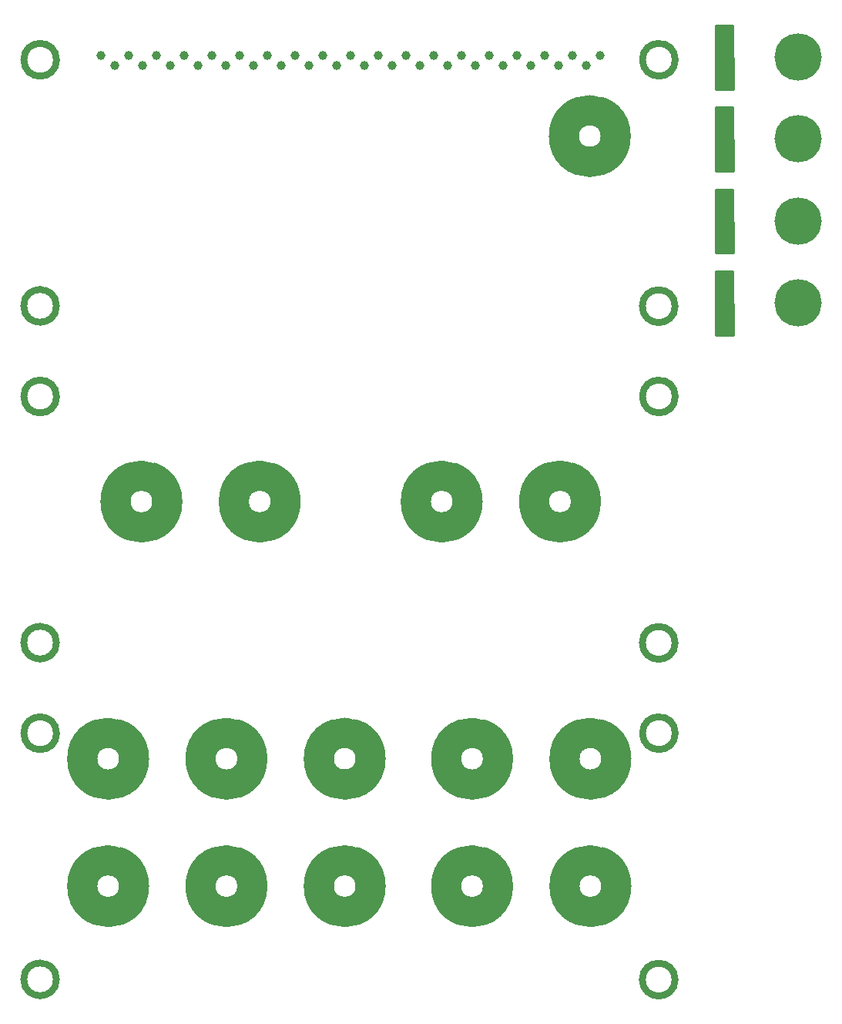
<source format=gbs>
%MOIN*%
%OFA0B0*%
%FSLAX46Y46*%
%IPPOS*%
%LPD*%
%ADD10C,0.005905511811023622*%
%ADD11C,0.031496062992125991*%
%ADD12C,0.11811023622047245*%
%ADD13C,0.027559055118110236*%
%ADD14C,0.053149606299212608*%
%ADD15C,0.03937007874015748*%
%ADD26C,0.005905511811023622*%
%ADD27C,0.20472440944881892*%
%ADD28C,0.01*%
%ADD39C,0.005905511811023622*%
%ADD40C,0.20472440944881892*%
%ADD41C,0.01*%
%ADD52C,0.005905511811023622*%
%ADD53C,0.20472440944881892*%
%ADD54C,0.01*%
%ADD65C,0.005905511811023622*%
%ADD66C,0.20472440944881892*%
%ADD67C,0.01*%
%ADD78C,0.005905511811023622*%
%ADD89C,0.005905511811023622*%
%ADD100C,0.005905511811023622*%
%ADD101C,0.031496062992125991*%
%ADD102C,0.11811023622047245*%
%ADD103C,0.027559055118110236*%
%ADD104C,0.053149606299212608*%
%ADD115C,0.005905511811023622*%
%ADD116C,0.031496062992125991*%
%ADD117C,0.11811023622047245*%
%ADD118C,0.027559055118110236*%
%ADD119C,0.053149606299212608*%
%LPD*%
G01G01G01G01G01G01G01G01*
D10*
D11*
X0002903543Y0004134645D02*
G75*
G03G03G03G03X0002903543Y0004134645I-0000070866D01X0002903543Y0004134645I-0000070866D01X0002903543Y0004134645I-0000070866D01G03G03X0002903543Y0004134645I-0000070866D01G03G03X0002903543Y0004134645I-0000070866D01X0002903543Y0004134645I-0000070866D01X0002903543Y0004134645I-0000070866D01X0002903543Y0004134645I-0000070866D01*
G01G01G01G01G01G01G01G01*
X0002902755Y0003068503D02*
G75*
G03G03G03G03X0002902755Y0003068503I-0000070866D01X0002902755Y0003068503I-0000070866D01X0002902755Y0003068503I-0000070866D01G03G03X0002902755Y0003068503I-0000070866D01G03G03X0002902755Y0003068503I-0000070866D01X0002902755Y0003068503I-0000070866D01X0002902755Y0003068503I-0000070866D01X0002902755Y0003068503I-0000070866D01*
G01G01G01G01G01G01G01G01*
X0000225984Y0003069685D02*
G75*
G03G03G03G03X0000225984Y0003069685I-0000070866D01X0000225984Y0003069685I-0000070866D01X0000225984Y0003069685I-0000070866D01G03G03X0000225984Y0003069685I-0000070866D01G03G03X0000225984Y0003069685I-0000070866D01X0000225984Y0003069685I-0000070866D01X0000225984Y0003069685I-0000070866D01X0000225984Y0003069685I-0000070866D01*
G01G01G01G01G01G01G01G01*
X0000226377Y0004134251D02*
G75*
G03G03G03G03X0000226377Y0004134251I-0000070866D01X0000226377Y0004134251I-0000070866D01X0000226377Y0004134251I-0000070866D01G03G03X0000226377Y0004134251I-0000070866D01G03G03X0000226377Y0004134251I-0000070866D01X0000226377Y0004134251I-0000070866D01X0000226377Y0004134251I-0000070866D01X0000226377Y0004134251I-0000070866D01*
G01G01G01G01G01G01G01G01*
D12*
X0002638591Y0003804184D02*
G75*
G03G03G03G03X0002638591Y0003804184I-0000104724D01X0002638591Y0003804184I-0000104724D01X0002638591Y0003804184I-0000104724D01G03G03X0002638591Y0003804184I-0000104724D01G03G03X0002638591Y0003804184I-0000104724D01X0002638591Y0003804184I-0000104724D01X0002638591Y0003804184I-0000104724D01X0002638591Y0003804184I-0000104724D01*
G01G01G01G01G01G01G01G01*
D13*
X0002649220Y0003876625D02*
X0002649220Y0003731349D01*
D14*
X0002684654Y0003804184D02*
G75*
G03G03G03G03X0002684654Y0003804184I-0000150787D01X0002684654Y0003804184I-0000150787D01X0002684654Y0003804184I-0000150787D01G03G03X0002684654Y0003804184I-0000150787D01G03G03X0002684654Y0003804184I-0000150787D01X0002684654Y0003804184I-0000150787D01X0002684654Y0003804184I-0000150787D01X0002684654Y0003804184I-0000150787D01*
G01G01G01G01G01G01G01G01*
D15*
X0000718366Y0004110235D03*
X0000838267Y0004110235D03*
X0000478562Y0004110235D03*
X0001078070Y0004110235D03*
X0000598464Y0004110235D03*
X0000958169Y0004110235D03*
X0001917381Y0004110235D03*
X0001317873Y0004110235D03*
X0001437775Y0004110235D03*
X0001677578Y0004110235D03*
X0001797480Y0004110235D03*
X0001557677Y0004110235D03*
X0001197972Y0004110235D03*
X0002516889Y0004110235D03*
X0002157185Y0004110235D03*
X0002277086Y0004110235D03*
X0002396988Y0004110235D03*
X0002037283Y0004110235D03*
X0002576948Y0004151968D03*
X0002457047Y0004151968D03*
X0002337145Y0004151968D03*
X0002217244Y0004151968D03*
X0002097342Y0004151968D03*
X0001977440Y0004151968D03*
X0001857539Y0004151968D03*
X0001737637Y0004151968D03*
X0001617736Y0004151968D03*
X0001497834Y0004151968D03*
X0001377933Y0004151968D03*
X0001258031Y0004151968D03*
X0001138129Y0004151968D03*
X0001018227Y0004151968D03*
X0000898326Y0004151968D03*
X0000778425Y0004151968D03*
X0000658523Y0004151968D03*
X0000538622Y0004151968D03*
X0000418720Y0004151968D03*
G01G01G01G01G01G01G01G01*
D26*
D27*
X0003070866Y0004291338D02*
X0003435433Y0004146454D03*
D28*
G36*
X0003153921Y0004006967D02*
X0003078883Y0004006967D01*
X0003078123Y0004282795D01*
X0003153163Y0004282795D01*
X0003153921Y0004006967D01*
X0003153921Y0004006967D01*
G37*
X0003153921Y0004006967D02*
X0003078883Y0004006967D01*
X0003078123Y0004282795D01*
X0003153163Y0004282795D01*
X0003153921Y0004006967D01*
G01G01G01G01G01G01G01G01*
D39*
D40*
X0003070866Y0003937007D02*
X0003435433Y0003792125D03*
D41*
G36*
X0003153921Y0003652637D02*
X0003078883Y0003652637D01*
X0003078123Y0003928464D01*
X0003153163Y0003928464D01*
X0003153921Y0003652637D01*
X0003153921Y0003652637D01*
G37*
X0003153921Y0003652637D02*
X0003078883Y0003652637D01*
X0003078123Y0003928464D01*
X0003153163Y0003928464D01*
X0003153921Y0003652637D01*
G01G01G01G01G01G01G01G01*
D52*
D53*
X0003070866Y0003582677D02*
X0003435433Y0003437795D03*
D54*
G36*
X0003153921Y0003298307D02*
X0003078883Y0003298307D01*
X0003078123Y0003574133D01*
X0003153163Y0003574133D01*
X0003153921Y0003298307D01*
X0003153921Y0003298307D01*
G37*
X0003153921Y0003298307D02*
X0003078883Y0003298307D01*
X0003078123Y0003574133D01*
X0003153163Y0003574133D01*
X0003153921Y0003298307D01*
G04 next file*
G01G01G01G01G01G01G01G01*
D65*
D66*
X0003070866Y0003228346D02*
X0003435433Y0003083464D03*
D67*
G36*
X0003153921Y0002943976D02*
X0003078883Y0002943976D01*
X0003078123Y0003219803D01*
X0003153163Y0003219803D01*
X0003153921Y0002943976D01*
X0003153921Y0002943976D01*
G37*
X0003153921Y0002943976D02*
X0003078883Y0002943976D01*
X0003078123Y0003219803D01*
X0003153163Y0003219803D01*
X0003153921Y0002943976D01*
G01G01G01G01G01G01G01G01*
D78*
G04 next file*
G01G01G01G01G01G01G01G01*
D89*
G04 next file*
G01G01G01G01G01G01G01G01G01G01G01G01G01G01G01G01*
D100*
D101*
X0002903543Y0001221259D02*
G75*
G03G03G03G03X0002903543Y0001221259I-0000070866D01X0002903543Y0001221259I-0000070866D01G03G03X0002903543Y0001221259I-0000070866D01G03G03X0002903543Y0001221259I-0000070866D01X0002903543Y0001221259I-0000070866D01X0002903543Y0001221259I-0000070866D01X0002903543Y0001221259I-0000070866D01G03G03G03G03X0002903543Y0001221259I-0000070866D01X0002903543Y0001221259I-0000070866D01X0002903543Y0001221259I-0000070866D01G03G03X0002903543Y0001221259I-0000070866D01G03G03X0002903543Y0001221259I-0000070866D01X0002903543Y0001221259I-0000070866D01X0002903543Y0001221259I-0000070866D01X0002903543Y0001221259I-0000070866D01X0002903543Y0001221259I-0000070866D01*
G01G01G01G01G01G01G01G01G01G01G01G01G01G01G01G01*
X0002902755Y0000155118D02*
G75*
G03G03G03G03X0002902755Y0000155118I-0000070866D01X0002902755Y0000155118I-0000070866D01G03G03X0002902755Y0000155118I-0000070866D01G03G03X0002902755Y0000155118I-0000070866D01X0002902755Y0000155118I-0000070866D01X0002902755Y0000155118I-0000070866D01X0002902755Y0000155118I-0000070866D01G03G03G03G03X0002902755Y0000155118I-0000070866D01X0002902755Y0000155118I-0000070866D01X0002902755Y0000155118I-0000070866D01G03G03X0002902755Y0000155118I-0000070866D01G03G03X0002902755Y0000155118I-0000070866D01X0002902755Y0000155118I-0000070866D01X0002902755Y0000155118I-0000070866D01X0002902755Y0000155118I-0000070866D01X0002902755Y0000155118I-0000070866D01*
G01G01G01G01G01G01G01G01G01G01G01G01G01G01G01G01*
X0000225984Y0000156299D02*
G75*
G03G03G03G03X0000225984Y0000156299I-0000070866D01X0000225984Y0000156299I-0000070866D01G03G03X0000225984Y0000156299I-0000070866D01G03G03X0000225984Y0000156299I-0000070866D01X0000225984Y0000156299I-0000070866D01X0000225984Y0000156299I-0000070866D01X0000225984Y0000156299I-0000070866D01G03G03G03G03X0000225984Y0000156299I-0000070866D01X0000225984Y0000156299I-0000070866D01X0000225984Y0000156299I-0000070866D01G03G03X0000225984Y0000156299I-0000070866D01G03G03X0000225984Y0000156299I-0000070866D01X0000225984Y0000156299I-0000070866D01X0000225984Y0000156299I-0000070866D01X0000225984Y0000156299I-0000070866D01X0000225984Y0000156299I-0000070866D01*
G01G01G01G01G01G01G01G01G01G01G01G01G01G01G01G01*
X0000226377Y0001220866D02*
G75*
G03G03G03G03X0000226377Y0001220866I-0000070866D01X0000226377Y0001220866I-0000070866D01G03G03X0000226377Y0001220866I-0000070866D01G03G03X0000226377Y0001220866I-0000070866D01X0000226377Y0001220866I-0000070866D01X0000226377Y0001220866I-0000070866D01X0000226377Y0001220866I-0000070866D01G03G03G03G03X0000226377Y0001220866I-0000070866D01X0000226377Y0001220866I-0000070866D01X0000226377Y0001220866I-0000070866D01G03G03X0000226377Y0001220866I-0000070866D01G03G03X0000226377Y0001220866I-0000070866D01X0000226377Y0001220866I-0000070866D01X0000226377Y0001220866I-0000070866D01X0000226377Y0001220866I-0000070866D01X0000226377Y0001220866I-0000070866D01*
G01G01G01G01G01G01G01G01G01G01G01G01G01G01G01G01*
D102*
X0002640944Y0000559448D02*
G75*
G03G03G03G03X0002640944Y0000559448I-0000104724D01X0002640944Y0000559448I-0000104724D01G03G03X0002640944Y0000559448I-0000104724D01G03G03X0002640944Y0000559448I-0000104724D01X0002640944Y0000559448I-0000104724D01X0002640944Y0000559448I-0000104724D01X0002640944Y0000559448I-0000104724D01G03G03G03G03X0002640944Y0000559448I-0000104724D01X0002640944Y0000559448I-0000104724D01X0002640944Y0000559448I-0000104724D01G03G03X0002640944Y0000559448I-0000104724D01G03G03X0002640944Y0000559448I-0000104724D01X0002640944Y0000559448I-0000104724D01X0002640944Y0000559448I-0000104724D01X0002640944Y0000559448I-0000104724D01X0002640944Y0000559448I-0000104724D01*
G01G01G01G01G01G01G01G01G01G01G01G01G01G01G01G01*
D103*
X0002651574Y0000631889D02*
X0002651574Y0000486614D01*
D104*
X0002687007Y0000559448D02*
G75*
G03G03G03G03X0002687007Y0000559448I-0000150787D01X0002687007Y0000559448I-0000150787D01G03G03X0002687007Y0000559448I-0000150787D01G03G03X0002687007Y0000559448I-0000150787D01X0002687007Y0000559448I-0000150787D01X0002687007Y0000559448I-0000150787D01X0002687007Y0000559448I-0000150787D01G03G03G03G03X0002687007Y0000559448I-0000150787D01X0002687007Y0000559448I-0000150787D01X0002687007Y0000559448I-0000150787D01G03G03X0002687007Y0000559448I-0000150787D01G03G03X0002687007Y0000559448I-0000150787D01X0002687007Y0000559448I-0000150787D01X0002687007Y0000559448I-0000150787D01X0002687007Y0000559448I-0000150787D01X0002687007Y0000559448I-0000150787D01*
G01G01G01G01G01G01G01G01G01G01G01G01G01G01G01G01*
D102*
X0002129133Y0000559448D02*
G75*
G03G03G03G03X0002129133Y0000559448I-0000104724D01X0002129133Y0000559448I-0000104724D01G03G03X0002129133Y0000559448I-0000104724D01G03G03X0002129133Y0000559448I-0000104724D01X0002129133Y0000559448I-0000104724D01X0002129133Y0000559448I-0000104724D01X0002129133Y0000559448I-0000104724D01G03G03G03G03X0002129133Y0000559448I-0000104724D01X0002129133Y0000559448I-0000104724D01X0002129133Y0000559448I-0000104724D01G03G03X0002129133Y0000559448I-0000104724D01G03G03X0002129133Y0000559448I-0000104724D01X0002129133Y0000559448I-0000104724D01X0002129133Y0000559448I-0000104724D01X0002129133Y0000559448I-0000104724D01X0002129133Y0000559448I-0000104724D01*
G01G01G01G01G01G01G01G01G01G01G01G01G01G01G01G01*
D103*
X0002139763Y0000631889D02*
X0002139763Y0000486614D01*
D104*
X0002175196Y0000559448D02*
G75*
G03G03G03G03X0002175196Y0000559448I-0000150787D01X0002175196Y0000559448I-0000150787D01G03G03X0002175196Y0000559448I-0000150787D01G03G03X0002175196Y0000559448I-0000150787D01X0002175196Y0000559448I-0000150787D01X0002175196Y0000559448I-0000150787D01X0002175196Y0000559448I-0000150787D01G03G03G03G03X0002175196Y0000559448I-0000150787D01X0002175196Y0000559448I-0000150787D01X0002175196Y0000559448I-0000150787D01G03G03X0002175196Y0000559448I-0000150787D01G03G03X0002175196Y0000559448I-0000150787D01X0002175196Y0000559448I-0000150787D01X0002175196Y0000559448I-0000150787D01X0002175196Y0000559448I-0000150787D01X0002175196Y0000559448I-0000150787D01*
G01G01G01G01G01G01G01G01G01G01G01G01G01G01G01G01*
D102*
X0002640944Y0001110629D02*
G75*
G03G03G03G03X0002640944Y0001110629I-0000104724D01X0002640944Y0001110629I-0000104724D01G03G03X0002640944Y0001110629I-0000104724D01G03G03X0002640944Y0001110629I-0000104724D01X0002640944Y0001110629I-0000104724D01X0002640944Y0001110629I-0000104724D01X0002640944Y0001110629I-0000104724D01G03G03G03G03X0002640944Y0001110629I-0000104724D01X0002640944Y0001110629I-0000104724D01X0002640944Y0001110629I-0000104724D01G03G03X0002640944Y0001110629I-0000104724D01G03G03X0002640944Y0001110629I-0000104724D01X0002640944Y0001110629I-0000104724D01X0002640944Y0001110629I-0000104724D01X0002640944Y0001110629I-0000104724D01X0002640944Y0001110629I-0000104724D01*
G01G01G01G01G01G01G01G01G01G01G01G01G01G01G01G01*
D103*
X0002651574Y0001183070D02*
X0002651574Y0001037795D01*
D104*
X0002687007Y0001110629D02*
G75*
G03G03G03G03X0002687007Y0001110629I-0000150787D01X0002687007Y0001110629I-0000150787D01G03G03X0002687007Y0001110629I-0000150787D01G03G03X0002687007Y0001110629I-0000150787D01X0002687007Y0001110629I-0000150787D01X0002687007Y0001110629I-0000150787D01X0002687007Y0001110629I-0000150787D01G03G03G03G03X0002687007Y0001110629I-0000150787D01X0002687007Y0001110629I-0000150787D01X0002687007Y0001110629I-0000150787D01G03G03X0002687007Y0001110629I-0000150787D01G03G03X0002687007Y0001110629I-0000150787D01X0002687007Y0001110629I-0000150787D01X0002687007Y0001110629I-0000150787D01X0002687007Y0001110629I-0000150787D01X0002687007Y0001110629I-0000150787D01*
G01G01G01G01G01G01G01G01G01G01G01G01G01G01G01G01*
D102*
X0002129133Y0001110629D02*
G75*
G03G03G03G03X0002129133Y0001110629I-0000104724D01X0002129133Y0001110629I-0000104724D01G03G03X0002129133Y0001110629I-0000104724D01G03G03X0002129133Y0001110629I-0000104724D01X0002129133Y0001110629I-0000104724D01X0002129133Y0001110629I-0000104724D01X0002129133Y0001110629I-0000104724D01G03G03G03G03X0002129133Y0001110629I-0000104724D01X0002129133Y0001110629I-0000104724D01X0002129133Y0001110629I-0000104724D01G03G03X0002129133Y0001110629I-0000104724D01G03G03X0002129133Y0001110629I-0000104724D01X0002129133Y0001110629I-0000104724D01X0002129133Y0001110629I-0000104724D01X0002129133Y0001110629I-0000104724D01X0002129133Y0001110629I-0000104724D01*
G01G01G01G01G01G01G01G01G01G01G01G01G01G01G01G01*
D103*
X0002139763Y0001183070D02*
X0002139763Y0001037795D01*
D104*
X0002175196Y0001110629D02*
G75*
G03G03G03G03X0002175196Y0001110629I-0000150787D01X0002175196Y0001110629I-0000150787D01G03G03X0002175196Y0001110629I-0000150787D01G03G03X0002175196Y0001110629I-0000150787D01X0002175196Y0001110629I-0000150787D01X0002175196Y0001110629I-0000150787D01X0002175196Y0001110629I-0000150787D01G03G03G03G03X0002175196Y0001110629I-0000150787D01X0002175196Y0001110629I-0000150787D01X0002175196Y0001110629I-0000150787D01G03G03X0002175196Y0001110629I-0000150787D01G03G03X0002175196Y0001110629I-0000150787D01X0002175196Y0001110629I-0000150787D01X0002175196Y0001110629I-0000150787D01X0002175196Y0001110629I-0000150787D01X0002175196Y0001110629I-0000150787D01*
G01G01G01G01G01G01G01G01G01G01G01G01G01G01G01G01*
D102*
X0001577952Y0000559448D02*
G75*
G03G03G03G03X0001577952Y0000559448I-0000104724D01X0001577952Y0000559448I-0000104724D01G03G03X0001577952Y0000559448I-0000104724D01G03G03X0001577952Y0000559448I-0000104724D01X0001577952Y0000559448I-0000104724D01X0001577952Y0000559448I-0000104724D01X0001577952Y0000559448I-0000104724D01G03G03G03G03X0001577952Y0000559448I-0000104724D01X0001577952Y0000559448I-0000104724D01X0001577952Y0000559448I-0000104724D01G03G03X0001577952Y0000559448I-0000104724D01G03G03X0001577952Y0000559448I-0000104724D01X0001577952Y0000559448I-0000104724D01X0001577952Y0000559448I-0000104724D01X0001577952Y0000559448I-0000104724D01X0001577952Y0000559448I-0000104724D01*
G01G01G01G01G01G01G01G01G01G01G01G01G01G01G01G01*
D103*
X0001588582Y0000631889D02*
X0001588582Y0000486614D01*
D104*
X0001624015Y0000559448D02*
G75*
G03G03G03G03X0001624015Y0000559448I-0000150787D01X0001624015Y0000559448I-0000150787D01G03G03X0001624015Y0000559448I-0000150787D01G03G03X0001624015Y0000559448I-0000150787D01X0001624015Y0000559448I-0000150787D01X0001624015Y0000559448I-0000150787D01X0001624015Y0000559448I-0000150787D01G03G03G03G03X0001624015Y0000559448I-0000150787D01X0001624015Y0000559448I-0000150787D01X0001624015Y0000559448I-0000150787D01G03G03X0001624015Y0000559448I-0000150787D01G03G03X0001624015Y0000559448I-0000150787D01X0001624015Y0000559448I-0000150787D01X0001624015Y0000559448I-0000150787D01X0001624015Y0000559448I-0000150787D01X0001624015Y0000559448I-0000150787D01*
G01G01G01G01G01G01G01G01G01G01G01G01G01G01G01G01*
D102*
X0001066141Y0000559448D02*
G75*
G03G03G03G03X0001066141Y0000559448I-0000104724D01X0001066141Y0000559448I-0000104724D01G03G03X0001066141Y0000559448I-0000104724D01G03G03X0001066141Y0000559448I-0000104724D01X0001066141Y0000559448I-0000104724D01X0001066141Y0000559448I-0000104724D01X0001066141Y0000559448I-0000104724D01G03G03G03G03X0001066141Y0000559448I-0000104724D01X0001066141Y0000559448I-0000104724D01X0001066141Y0000559448I-0000104724D01G03G03X0001066141Y0000559448I-0000104724D01G03G03X0001066141Y0000559448I-0000104724D01X0001066141Y0000559448I-0000104724D01X0001066141Y0000559448I-0000104724D01X0001066141Y0000559448I-0000104724D01X0001066141Y0000559448I-0000104724D01*
G01G01G01G01G01G01G01G01G01G01G01G01G01G01G01G01*
D103*
X0001076771Y0000631889D02*
X0001076771Y0000486614D01*
D104*
X0001112204Y0000559448D02*
G75*
G03G03G03G03X0001112204Y0000559448I-0000150787D01X0001112204Y0000559448I-0000150787D01G03G03X0001112204Y0000559448I-0000150787D01G03G03X0001112204Y0000559448I-0000150787D01X0001112204Y0000559448I-0000150787D01X0001112204Y0000559448I-0000150787D01X0001112204Y0000559448I-0000150787D01G03G03G03G03X0001112204Y0000559448I-0000150787D01X0001112204Y0000559448I-0000150787D01X0001112204Y0000559448I-0000150787D01G03G03X0001112204Y0000559448I-0000150787D01G03G03X0001112204Y0000559448I-0000150787D01X0001112204Y0000559448I-0000150787D01X0001112204Y0000559448I-0000150787D01X0001112204Y0000559448I-0000150787D01X0001112204Y0000559448I-0000150787D01*
G01G01G01G01G01G01G01G01G01G01G01G01G01G01G01G01*
D102*
X0000554330Y0000559448D02*
G75*
G03G03G03G03X0000554330Y0000559448I-0000104724D01X0000554330Y0000559448I-0000104724D01G03G03X0000554330Y0000559448I-0000104724D01G03G03X0000554330Y0000559448I-0000104724D01X0000554330Y0000559448I-0000104724D01X0000554330Y0000559448I-0000104724D01X0000554330Y0000559448I-0000104724D01G03G03G03G03X0000554330Y0000559448I-0000104724D01X0000554330Y0000559448I-0000104724D01X0000554330Y0000559448I-0000104724D01G03G03X0000554330Y0000559448I-0000104724D01G03G03X0000554330Y0000559448I-0000104724D01X0000554330Y0000559448I-0000104724D01X0000554330Y0000559448I-0000104724D01X0000554330Y0000559448I-0000104724D01X0000554330Y0000559448I-0000104724D01*
G01G01G01G01G01G01G01G01G01G01G01G01G01G01G01G01*
D103*
X0000564960Y0000631889D02*
X0000564960Y0000486614D01*
D104*
X0000600393Y0000559448D02*
G75*
G03G03G03G03X0000600393Y0000559448I-0000150787D01X0000600393Y0000559448I-0000150787D01G03G03X0000600393Y0000559448I-0000150787D01G03G03X0000600393Y0000559448I-0000150787D01X0000600393Y0000559448I-0000150787D01X0000600393Y0000559448I-0000150787D01X0000600393Y0000559448I-0000150787D01G03G03G03G03X0000600393Y0000559448I-0000150787D01X0000600393Y0000559448I-0000150787D01X0000600393Y0000559448I-0000150787D01G03G03X0000600393Y0000559448I-0000150787D01G03G03X0000600393Y0000559448I-0000150787D01X0000600393Y0000559448I-0000150787D01X0000600393Y0000559448I-0000150787D01X0000600393Y0000559448I-0000150787D01X0000600393Y0000559448I-0000150787D01*
G01G01G01G01G01G01G01G01G01G01G01G01G01G01G01G01*
D102*
X0001577952Y0001110629D02*
G75*
G03G03G03G03X0001577952Y0001110629I-0000104724D01X0001577952Y0001110629I-0000104724D01G03G03X0001577952Y0001110629I-0000104724D01G03G03X0001577952Y0001110629I-0000104724D01X0001577952Y0001110629I-0000104724D01X0001577952Y0001110629I-0000104724D01X0001577952Y0001110629I-0000104724D01G03G03G03G03X0001577952Y0001110629I-0000104724D01X0001577952Y0001110629I-0000104724D01X0001577952Y0001110629I-0000104724D01G03G03X0001577952Y0001110629I-0000104724D01G03G03X0001577952Y0001110629I-0000104724D01X0001577952Y0001110629I-0000104724D01X0001577952Y0001110629I-0000104724D01X0001577952Y0001110629I-0000104724D01X0001577952Y0001110629I-0000104724D01*
G01G01G01G01G01G01G01G01G01G01G01G01G01G01G01G01*
D103*
X0001588582Y0001183070D02*
X0001588582Y0001037795D01*
D104*
X0001624015Y0001110629D02*
G75*
G03G03G03G03X0001624015Y0001110629I-0000150787D01X0001624015Y0001110629I-0000150787D01G03G03X0001624015Y0001110629I-0000150787D01G03G03X0001624015Y0001110629I-0000150787D01X0001624015Y0001110629I-0000150787D01X0001624015Y0001110629I-0000150787D01X0001624015Y0001110629I-0000150787D01G03G03G03G03X0001624015Y0001110629I-0000150787D01X0001624015Y0001110629I-0000150787D01X0001624015Y0001110629I-0000150787D01G03G03X0001624015Y0001110629I-0000150787D01G03G03X0001624015Y0001110629I-0000150787D01X0001624015Y0001110629I-0000150787D01X0001624015Y0001110629I-0000150787D01X0001624015Y0001110629I-0000150787D01X0001624015Y0001110629I-0000150787D01*
G01G01G01G01G01G01G01G01G01G01G01G01G01G01G01G01*
D102*
X0001066141Y0001110629D02*
G75*
G03G03G03G03X0001066141Y0001110629I-0000104724D01X0001066141Y0001110629I-0000104724D01G03G03X0001066141Y0001110629I-0000104724D01G03G03X0001066141Y0001110629I-0000104724D01X0001066141Y0001110629I-0000104724D01X0001066141Y0001110629I-0000104724D01X0001066141Y0001110629I-0000104724D01G03G03G03G03X0001066141Y0001110629I-0000104724D01X0001066141Y0001110629I-0000104724D01X0001066141Y0001110629I-0000104724D01G03G03X0001066141Y0001110629I-0000104724D01G03G03X0001066141Y0001110629I-0000104724D01X0001066141Y0001110629I-0000104724D01X0001066141Y0001110629I-0000104724D01X0001066141Y0001110629I-0000104724D01X0001066141Y0001110629I-0000104724D01*
G01G01G01G01G01G01G01G01G01G01G01G01G01G01G01G01*
D103*
X0001076771Y0001183070D02*
X0001076771Y0001037795D01*
D104*
X0001112204Y0001110629D02*
G75*
G03G03G03G03X0001112204Y0001110629I-0000150787D01X0001112204Y0001110629I-0000150787D01G03G03X0001112204Y0001110629I-0000150787D01G03G03X0001112204Y0001110629I-0000150787D01X0001112204Y0001110629I-0000150787D01X0001112204Y0001110629I-0000150787D01X0001112204Y0001110629I-0000150787D01G03G03G03G03X0001112204Y0001110629I-0000150787D01X0001112204Y0001110629I-0000150787D01X0001112204Y0001110629I-0000150787D01G03G03X0001112204Y0001110629I-0000150787D01G03G03X0001112204Y0001110629I-0000150787D01X0001112204Y0001110629I-0000150787D01X0001112204Y0001110629I-0000150787D01X0001112204Y0001110629I-0000150787D01X0001112204Y0001110629I-0000150787D01*
G01G01G01G01G01G01G01G01G01G01G01G01G01G01G01G01*
D102*
X0000554330Y0001110629D02*
G75*
G03G03G03G03X0000554330Y0001110629I-0000104724D01X0000554330Y0001110629I-0000104724D01G03G03X0000554330Y0001110629I-0000104724D01G03G03X0000554330Y0001110629I-0000104724D01X0000554330Y0001110629I-0000104724D01X0000554330Y0001110629I-0000104724D01X0000554330Y0001110629I-0000104724D01G03G03G03G03X0000554330Y0001110629I-0000104724D01X0000554330Y0001110629I-0000104724D01X0000554330Y0001110629I-0000104724D01G03G03X0000554330Y0001110629I-0000104724D01G03G03X0000554330Y0001110629I-0000104724D01X0000554330Y0001110629I-0000104724D01X0000554330Y0001110629I-0000104724D01X0000554330Y0001110629I-0000104724D01X0000554330Y0001110629I-0000104724D01*
G01G01G01G01G01G01G01G01G01G01G01G01G01G01G01G01*
D103*
X0000564960Y0001183070D02*
X0000564960Y0001037795D01*
D104*
X0000600393Y0001110629D02*
G75*
G03G03G03G03X0000600393Y0001110629I-0000150787D01X0000600393Y0001110629I-0000150787D01G03G03X0000600393Y0001110629I-0000150787D01G03G03X0000600393Y0001110629I-0000150787D01X0000600393Y0001110629I-0000150787D01X0000600393Y0001110629I-0000150787D01X0000600393Y0001110629I-0000150787D01G03G03G03G03X0000600393Y0001110629I-0000150787D01X0000600393Y0001110629I-0000150787D01X0000600393Y0001110629I-0000150787D01G03G03X0000600393Y0001110629I-0000150787D01G03G03X0000600393Y0001110629I-0000150787D01X0000600393Y0001110629I-0000150787D01X0000600393Y0001110629I-0000150787D01X0000600393Y0001110629I-0000150787D01X0000600393Y0001110629I-0000150787D01*
G01G01G01G01G01G01G01G01G01G01G01G01G01G01G01G01*
G04 next file*
G04 #@! TF.FileFunction,Soldermask,Bot*
G04 Gerber Fmt 4.6, Leading zero omitted, Abs format (unit mm)*
G04 Created by KiCad (PCBNEW (2016-09-17 revision 679eef1)-makepkg) date 09/24/16 16:35:10*
G01G01G01G01G01G01G01G01G01G01G01G01G01G01G01G01*
G04 APERTURE LIST*
G04 APERTURE END LIST*
D115*
D116*
X0002903543Y0002677952D02*
G75*
G03G03G03G03X0002903543Y0002677952I-0000070866D01X0002903543Y0002677952I-0000070866D01G03G03X0002903543Y0002677952I-0000070866D01G03G03X0002903543Y0002677952I-0000070866D01X0002903543Y0002677952I-0000070866D01X0002903543Y0002677952I-0000070866D01X0002903543Y0002677952I-0000070866D01G03G03G03G03X0002903543Y0002677952I-0000070866D01X0002903543Y0002677952I-0000070866D01X0002903543Y0002677952I-0000070866D01G03G03X0002903543Y0002677952I-0000070866D01G03G03X0002903543Y0002677952I-0000070866D01X0002903543Y0002677952I-0000070866D01X0002903543Y0002677952I-0000070866D01X0002903543Y0002677952I-0000070866D01X0002903543Y0002677952I-0000070866D01*
G01G01G01G01G01G01G01G01G01G01G01G01G01G01G01G01*
X0002902755Y0001611811D02*
G75*
G03G03G03G03X0002902755Y0001611811I-0000070866D01X0002902755Y0001611811I-0000070866D01G03G03X0002902755Y0001611811I-0000070866D01G03G03X0002902755Y0001611811I-0000070866D01X0002902755Y0001611811I-0000070866D01X0002902755Y0001611811I-0000070866D01X0002902755Y0001611811I-0000070866D01G03G03G03G03X0002902755Y0001611811I-0000070866D01X0002902755Y0001611811I-0000070866D01X0002902755Y0001611811I-0000070866D01G03G03X0002902755Y0001611811I-0000070866D01G03G03X0002902755Y0001611811I-0000070866D01X0002902755Y0001611811I-0000070866D01X0002902755Y0001611811I-0000070866D01X0002902755Y0001611811I-0000070866D01X0002902755Y0001611811I-0000070866D01*
G01G01G01G01G01G01G01G01G01G01G01G01G01G01G01G01*
X0000225984Y0001612992D02*
G75*
G03G03G03G03X0000225984Y0001612992I-0000070866D01X0000225984Y0001612992I-0000070866D01G03G03X0000225984Y0001612992I-0000070866D01G03G03X0000225984Y0001612992I-0000070866D01X0000225984Y0001612992I-0000070866D01X0000225984Y0001612992I-0000070866D01X0000225984Y0001612992I-0000070866D01G03G03G03G03X0000225984Y0001612992I-0000070866D01X0000225984Y0001612992I-0000070866D01X0000225984Y0001612992I-0000070866D01G03G03X0000225984Y0001612992I-0000070866D01G03G03X0000225984Y0001612992I-0000070866D01X0000225984Y0001612992I-0000070866D01X0000225984Y0001612992I-0000070866D01X0000225984Y0001612992I-0000070866D01X0000225984Y0001612992I-0000070866D01*
G01G01G01G01G01G01G01G01G01G01G01G01G01G01G01G01*
X0000226377Y0002677559D02*
G75*
G03G03G03G03X0000226377Y0002677559I-0000070866D01X0000226377Y0002677559I-0000070866D01G03G03X0000226377Y0002677559I-0000070866D01G03G03X0000226377Y0002677559I-0000070866D01X0000226377Y0002677559I-0000070866D01X0000226377Y0002677559I-0000070866D01X0000226377Y0002677559I-0000070866D01G03G03G03G03X0000226377Y0002677559I-0000070866D01X0000226377Y0002677559I-0000070866D01X0000226377Y0002677559I-0000070866D01G03G03X0000226377Y0002677559I-0000070866D01G03G03X0000226377Y0002677559I-0000070866D01X0000226377Y0002677559I-0000070866D01X0000226377Y0002677559I-0000070866D01X0000226377Y0002677559I-0000070866D01X0000226377Y0002677559I-0000070866D01*
G01G01G01G01G01G01G01G01G01G01G01G01G01G01G01G01*
D117*
X0001210236Y0002223228D02*
G75*
G03G03G03G03X0001210236Y0002223228I-0000104724D01X0001210236Y0002223228I-0000104724D01G03G03X0001210236Y0002223228I-0000104724D01G03G03X0001210236Y0002223228I-0000104724D01X0001210236Y0002223228I-0000104724D01X0001210236Y0002223228I-0000104724D01X0001210236Y0002223228I-0000104724D01G03G03G03G03X0001210236Y0002223228I-0000104724D01X0001210236Y0002223228I-0000104724D01X0001210236Y0002223228I-0000104724D01G03G03X0001210236Y0002223228I-0000104724D01G03G03X0001210236Y0002223228I-0000104724D01X0001210236Y0002223228I-0000104724D01X0001210236Y0002223228I-0000104724D01X0001210236Y0002223228I-0000104724D01X0001210236Y0002223228I-0000104724D01*
G01G01G01G01G01G01G01G01G01G01G01G01G01G01G01G01*
D118*
X0001220866Y0002295669D02*
X0001220866Y0002150393D01*
D119*
X0001256299Y0002223228D02*
G75*
G03G03G03G03X0001256299Y0002223228I-0000150787D01X0001256299Y0002223228I-0000150787D01G03G03X0001256299Y0002223228I-0000150787D01G03G03X0001256299Y0002223228I-0000150787D01X0001256299Y0002223228I-0000150787D01X0001256299Y0002223228I-0000150787D01X0001256299Y0002223228I-0000150787D01G03G03G03G03X0001256299Y0002223228I-0000150787D01X0001256299Y0002223228I-0000150787D01X0001256299Y0002223228I-0000150787D01G03G03X0001256299Y0002223228I-0000150787D01G03G03X0001256299Y0002223228I-0000150787D01X0001256299Y0002223228I-0000150787D01X0001256299Y0002223228I-0000150787D01X0001256299Y0002223228I-0000150787D01X0001256299Y0002223228I-0000150787D01*
G01G01G01G01G01G01G01G01G01G01G01G01G01G01G01G01*
D117*
X0000698425Y0002223228D02*
G75*
G03G03G03G03X0000698425Y0002223228I-0000104724D01X0000698425Y0002223228I-0000104724D01G03G03X0000698425Y0002223228I-0000104724D01G03G03X0000698425Y0002223228I-0000104724D01X0000698425Y0002223228I-0000104724D01X0000698425Y0002223228I-0000104724D01X0000698425Y0002223228I-0000104724D01G03G03G03G03X0000698425Y0002223228I-0000104724D01X0000698425Y0002223228I-0000104724D01X0000698425Y0002223228I-0000104724D01G03G03X0000698425Y0002223228I-0000104724D01G03G03X0000698425Y0002223228I-0000104724D01X0000698425Y0002223228I-0000104724D01X0000698425Y0002223228I-0000104724D01X0000698425Y0002223228I-0000104724D01X0000698425Y0002223228I-0000104724D01*
G01G01G01G01G01G01G01G01G01G01G01G01G01G01G01G01*
D118*
X0000709055Y0002295669D02*
X0000709055Y0002150393D01*
D119*
X0000744488Y0002223228D02*
G75*
G03G03G03G03X0000744488Y0002223228I-0000150787D01X0000744488Y0002223228I-0000150787D01G03G03X0000744488Y0002223228I-0000150787D01G03G03X0000744488Y0002223228I-0000150787D01X0000744488Y0002223228I-0000150787D01X0000744488Y0002223228I-0000150787D01X0000744488Y0002223228I-0000150787D01G03G03G03G03X0000744488Y0002223228I-0000150787D01X0000744488Y0002223228I-0000150787D01X0000744488Y0002223228I-0000150787D01G03G03X0000744488Y0002223228I-0000150787D01G03G03X0000744488Y0002223228I-0000150787D01X0000744488Y0002223228I-0000150787D01X0000744488Y0002223228I-0000150787D01X0000744488Y0002223228I-0000150787D01X0000744488Y0002223228I-0000150787D01*
G01G01G01G01G01G01G01G01G01G01G01G01G01G01G01G01*
D117*
X0002509448Y0002223228D02*
G75*
G03G03G03G03X0002509448Y0002223228I-0000104724D01X0002509448Y0002223228I-0000104724D01G03G03X0002509448Y0002223228I-0000104724D01G03G03X0002509448Y0002223228I-0000104724D01X0002509448Y0002223228I-0000104724D01X0002509448Y0002223228I-0000104724D01X0002509448Y0002223228I-0000104724D01G03G03G03G03X0002509448Y0002223228I-0000104724D01X0002509448Y0002223228I-0000104724D01X0002509448Y0002223228I-0000104724D01G03G03X0002509448Y0002223228I-0000104724D01G03G03X0002509448Y0002223228I-0000104724D01X0002509448Y0002223228I-0000104724D01X0002509448Y0002223228I-0000104724D01X0002509448Y0002223228I-0000104724D01X0002509448Y0002223228I-0000104724D01*
G01G01G01G01G01G01G01G01G01G01G01G01G01G01G01G01*
D118*
X0002520078Y0002295669D02*
X0002520078Y0002150393D01*
D119*
X0002555511Y0002223228D02*
G75*
G03G03G03G03X0002555511Y0002223228I-0000150787D01X0002555511Y0002223228I-0000150787D01G03G03X0002555511Y0002223228I-0000150787D01G03G03X0002555511Y0002223228I-0000150787D01X0002555511Y0002223228I-0000150787D01X0002555511Y0002223228I-0000150787D01X0002555511Y0002223228I-0000150787D01G03G03G03G03X0002555511Y0002223228I-0000150787D01X0002555511Y0002223228I-0000150787D01X0002555511Y0002223228I-0000150787D01G03G03X0002555511Y0002223228I-0000150787D01G03G03X0002555511Y0002223228I-0000150787D01X0002555511Y0002223228I-0000150787D01X0002555511Y0002223228I-0000150787D01X0002555511Y0002223228I-0000150787D01X0002555511Y0002223228I-0000150787D01*
G01G01G01G01G01G01G01G01G01G01G01G01G01G01G01G01*
D117*
X0001997637Y0002223228D02*
G75*
G03G03G03G03X0001997637Y0002223228I-0000104724D01X0001997637Y0002223228I-0000104724D01G03G03X0001997637Y0002223228I-0000104724D01G03G03X0001997637Y0002223228I-0000104724D01X0001997637Y0002223228I-0000104724D01X0001997637Y0002223228I-0000104724D01X0001997637Y0002223228I-0000104724D01G03G03G03G03X0001997637Y0002223228I-0000104724D01X0001997637Y0002223228I-0000104724D01X0001997637Y0002223228I-0000104724D01G03G03X0001997637Y0002223228I-0000104724D01G03G03X0001997637Y0002223228I-0000104724D01X0001997637Y0002223228I-0000104724D01X0001997637Y0002223228I-0000104724D01X0001997637Y0002223228I-0000104724D01X0001997637Y0002223228I-0000104724D01*
G01G01G01G01G01G01G01G01G01G01G01G01G01G01G01G01*
D118*
X0002008267Y0002295669D02*
X0002008267Y0002150393D01*
D119*
X0002043699Y0002223228D02*
G75*
G03G03G03G03X0002043699Y0002223228I-0000150787D01X0002043699Y0002223228I-0000150787D01G03G03X0002043699Y0002223228I-0000150787D01G03G03X0002043699Y0002223228I-0000150787D01X0002043699Y0002223228I-0000150787D01X0002043699Y0002223228I-0000150787D01X0002043699Y0002223228I-0000150787D01G03G03G03G03X0002043699Y0002223228I-0000150787D01X0002043699Y0002223228I-0000150787D01X0002043699Y0002223228I-0000150787D01G03G03X0002043699Y0002223228I-0000150787D01G03G03X0002043699Y0002223228I-0000150787D01X0002043699Y0002223228I-0000150787D01X0002043699Y0002223228I-0000150787D01X0002043699Y0002223228I-0000150787D01X0002043699Y0002223228I-0000150787D01*
G01G01G01G01G01G01G01G01G01G01G01G01G01G01G01G01*
M02*
</source>
